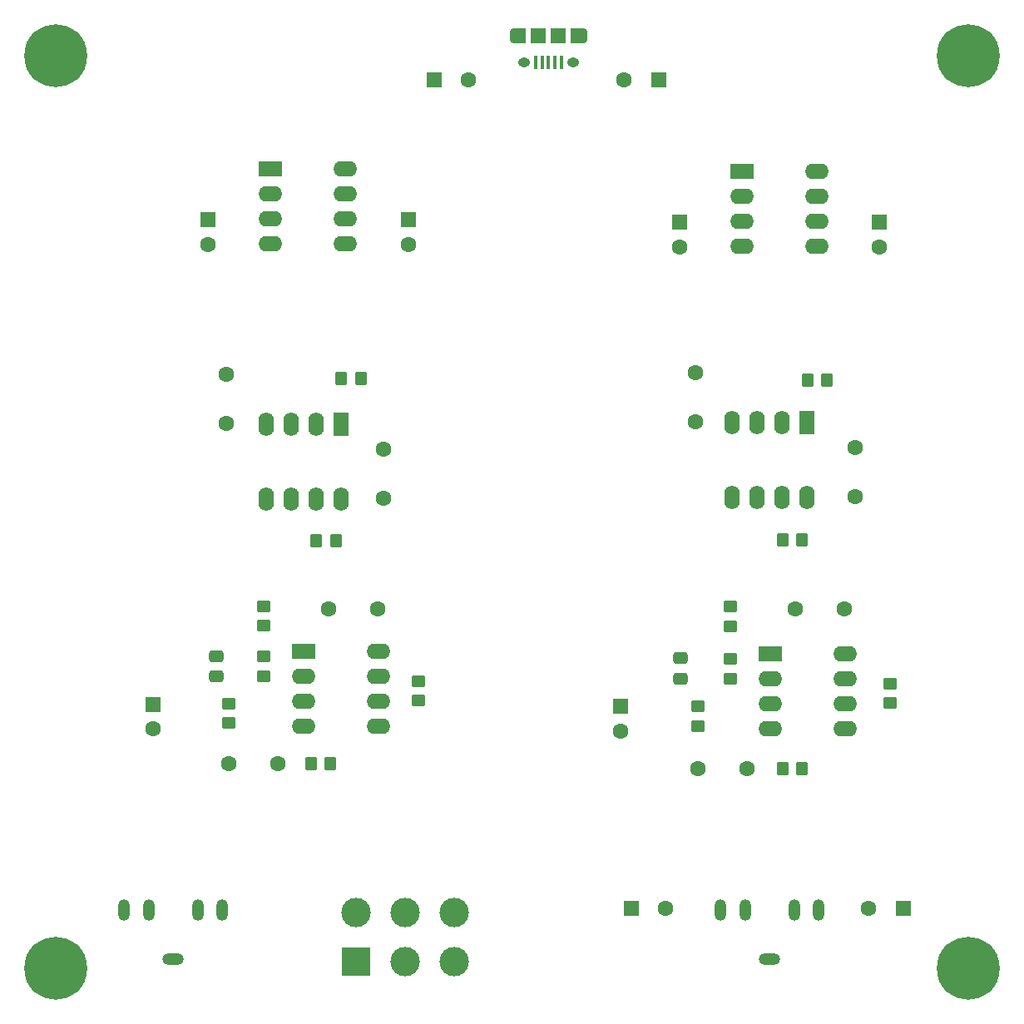
<source format=gbr>
%TF.GenerationSoftware,KiCad,Pcbnew,(6.0.7)*%
%TF.CreationDate,2022-11-03T19:49:37+01:00*%
%TF.ProjectId,headphone amp,68656164-7068-46f6-9e65-20616d702e6b,rev?*%
%TF.SameCoordinates,Original*%
%TF.FileFunction,Soldermask,Top*%
%TF.FilePolarity,Negative*%
%FSLAX46Y46*%
G04 Gerber Fmt 4.6, Leading zero omitted, Abs format (unit mm)*
G04 Created by KiCad (PCBNEW (6.0.7)) date 2022-11-03 19:49:37*
%MOMM*%
%LPD*%
G01*
G04 APERTURE LIST*
G04 Aperture macros list*
%AMRoundRect*
0 Rectangle with rounded corners*
0 $1 Rounding radius*
0 $2 $3 $4 $5 $6 $7 $8 $9 X,Y pos of 4 corners*
0 Add a 4 corners polygon primitive as box body*
4,1,4,$2,$3,$4,$5,$6,$7,$8,$9,$2,$3,0*
0 Add four circle primitives for the rounded corners*
1,1,$1+$1,$2,$3*
1,1,$1+$1,$4,$5*
1,1,$1+$1,$6,$7*
1,1,$1+$1,$8,$9*
0 Add four rect primitives between the rounded corners*
20,1,$1+$1,$2,$3,$4,$5,0*
20,1,$1+$1,$4,$5,$6,$7,0*
20,1,$1+$1,$6,$7,$8,$9,0*
20,1,$1+$1,$8,$9,$2,$3,0*%
G04 Aperture macros list end*
%ADD10R,1.600000X1.600000*%
%ADD11C,1.600000*%
%ADD12C,6.400000*%
%ADD13R,2.400000X1.600000*%
%ADD14O,2.400000X1.600000*%
%ADD15RoundRect,0.250000X-0.350000X-0.450000X0.350000X-0.450000X0.350000X0.450000X-0.350000X0.450000X0*%
%ADD16RoundRect,0.250000X0.350000X0.450000X-0.350000X0.450000X-0.350000X-0.450000X0.350000X-0.450000X0*%
%ADD17RoundRect,0.250000X0.450000X-0.350000X0.450000X0.350000X-0.450000X0.350000X-0.450000X-0.350000X0*%
%ADD18R,1.600000X2.400000*%
%ADD19O,1.600000X2.400000*%
%ADD20RoundRect,0.250000X-0.450000X0.350000X-0.450000X-0.350000X0.450000X-0.350000X0.450000X0.350000X0*%
%ADD21R,0.400000X1.350000*%
%ADD22R,1.200000X1.550000*%
%ADD23O,0.890000X1.550000*%
%ADD24O,1.250000X0.950000*%
%ADD25R,1.500000X1.550000*%
%ADD26O,2.200000X1.200000*%
%ADD27O,1.200000X2.200000*%
%ADD28RoundRect,0.250000X-0.475000X0.337500X-0.475000X-0.337500X0.475000X-0.337500X0.475000X0.337500X0*%
%ADD29R,3.000000X3.000000*%
%ADD30C,3.000000*%
G04 APERTURE END LIST*
D10*
%TO.C,C19*%
X162101349Y-140348000D03*
D11*
X165601349Y-140348000D03*
%TD*%
%TO.C,C9*%
X136324000Y-109858000D03*
X131324000Y-109858000D03*
%TD*%
D12*
%TO.C,H4*%
X103556000Y-53607000D03*
%TD*%
D13*
%TO.C,U2*%
X173416000Y-65380379D03*
D14*
X173416000Y-67920379D03*
X173416000Y-70460379D03*
X173416000Y-73000379D03*
X181036000Y-73000379D03*
X181036000Y-70460379D03*
X181036000Y-67920379D03*
X181036000Y-65380379D03*
%TD*%
D12*
%TO.C,H3*%
X196393000Y-53607000D03*
%TD*%
%TO.C,H2*%
X196393000Y-146444000D03*
%TD*%
D15*
%TO.C,R4*%
X177528000Y-126114000D03*
X179528000Y-126114000D03*
%TD*%
D13*
%TO.C,U1*%
X125410000Y-65126379D03*
D14*
X125410000Y-67666379D03*
X125410000Y-70206379D03*
X125410000Y-72746379D03*
X133030000Y-72746379D03*
X133030000Y-70206379D03*
X133030000Y-67666379D03*
X133030000Y-65126379D03*
%TD*%
D11*
%TO.C,C10*%
X121164000Y-125590000D03*
X126164000Y-125590000D03*
%TD*%
D16*
%TO.C,R13*%
X132072000Y-102974000D03*
X130072000Y-102974000D03*
%TD*%
D11*
%TO.C,C11*%
X183822000Y-109858000D03*
X178822000Y-109858000D03*
%TD*%
%TO.C,C15*%
X136946000Y-98616000D03*
X136946000Y-93616000D03*
%TD*%
D15*
%TO.C,R3*%
X129522000Y-125590000D03*
X131522000Y-125590000D03*
%TD*%
D17*
%TO.C,R9*%
X140428000Y-119224000D03*
X140428000Y-117224000D03*
%TD*%
D18*
%TO.C,U6*%
X180042000Y-90898000D03*
D19*
X177502000Y-90898000D03*
X174962000Y-90898000D03*
X172422000Y-90898000D03*
X172422000Y-98518000D03*
X174962000Y-98518000D03*
X177502000Y-98518000D03*
X180042000Y-98518000D03*
%TD*%
D20*
%TO.C,R7*%
X124680000Y-109604000D03*
X124680000Y-111604000D03*
%TD*%
D21*
%TO.C,J1*%
X154990000Y-54246000D03*
X154340000Y-54246000D03*
X153690000Y-54246000D03*
X153040000Y-54246000D03*
X152390000Y-54246000D03*
D22*
X156590000Y-51546000D03*
D23*
X150190000Y-51546000D03*
D24*
X156190000Y-54246000D03*
D25*
X154690000Y-51546000D03*
D22*
X150790000Y-51546000D03*
D23*
X157190000Y-51546000D03*
D25*
X152690000Y-51546000D03*
D24*
X151190000Y-54246000D03*
%TD*%
D26*
%TO.C,J2*%
X115500000Y-145500000D03*
D27*
X110500000Y-140500000D03*
X113000000Y-140500000D03*
X120500000Y-140500000D03*
X118000000Y-140500000D03*
%TD*%
D20*
%TO.C,R2*%
X168876000Y-119780000D03*
X168876000Y-121780000D03*
%TD*%
%TO.C,R1*%
X121124000Y-119510000D03*
X121124000Y-121510000D03*
%TD*%
D11*
%TO.C,C12*%
X168916000Y-126114000D03*
X173916000Y-126114000D03*
%TD*%
D13*
%TO.C,U4*%
X176252000Y-114440000D03*
D14*
X176252000Y-116980000D03*
X176252000Y-119520000D03*
X176252000Y-122060000D03*
X183872000Y-122060000D03*
X183872000Y-119520000D03*
X183872000Y-116980000D03*
X183872000Y-114440000D03*
%TD*%
D17*
%TO.C,R5*%
X124680000Y-116700000D03*
X124680000Y-114700000D03*
%TD*%
D26*
%TO.C,J3*%
X176200000Y-145500000D03*
D27*
X171200000Y-140500000D03*
X173700000Y-140500000D03*
X181200000Y-140500000D03*
X178700000Y-140500000D03*
%TD*%
D10*
%TO.C,C4*%
X161002000Y-119804000D03*
D11*
X161002000Y-122304000D03*
%TD*%
D16*
%TO.C,R12*%
X182052000Y-86570000D03*
X180052000Y-86570000D03*
%TD*%
D28*
%TO.C,C13*%
X119854000Y-114662500D03*
X119854000Y-116737500D03*
%TD*%
D13*
%TO.C,U3*%
X128754000Y-114186000D03*
D14*
X128754000Y-116726000D03*
X128754000Y-119266000D03*
X128754000Y-121806000D03*
X136374000Y-121806000D03*
X136374000Y-119266000D03*
X136374000Y-116726000D03*
X136374000Y-114186000D03*
%TD*%
D10*
%TO.C,C3*%
X113462000Y-119581621D03*
D11*
X113462000Y-122081621D03*
%TD*%
D10*
%TO.C,C8*%
X187376000Y-70538000D03*
D11*
X187376000Y-73038000D03*
%TD*%
%TO.C,C17*%
X184878000Y-98428000D03*
X184878000Y-93428000D03*
%TD*%
D10*
%TO.C,C2*%
X142035349Y-56020000D03*
D11*
X145535349Y-56020000D03*
%TD*%
D10*
%TO.C,C1*%
X164898651Y-56020000D03*
D11*
X161398651Y-56020000D03*
%TD*%
D17*
%TO.C,R6*%
X172178000Y-116954000D03*
X172178000Y-114954000D03*
%TD*%
D20*
%TO.C,R8*%
X172178000Y-109636000D03*
X172178000Y-111636000D03*
%TD*%
D10*
%TO.C,C6*%
X119050000Y-70284000D03*
D11*
X119050000Y-72784000D03*
%TD*%
D10*
%TO.C,C5*%
X167056000Y-70538000D03*
D11*
X167056000Y-73038000D03*
%TD*%
D16*
%TO.C,R14*%
X179512000Y-102826000D03*
X177512000Y-102826000D03*
%TD*%
%TO.C,R11*%
X134612000Y-86464000D03*
X132612000Y-86464000D03*
%TD*%
D18*
%TO.C,U5*%
X132554000Y-91046000D03*
D19*
X130014000Y-91046000D03*
X127474000Y-91046000D03*
X124934000Y-91046000D03*
X124934000Y-98666000D03*
X127474000Y-98666000D03*
X130014000Y-98666000D03*
X132554000Y-98666000D03*
%TD*%
D28*
%TO.C,C14*%
X167098000Y-114895000D03*
X167098000Y-116970000D03*
%TD*%
D11*
%TO.C,C18*%
X168622000Y-85848000D03*
X168622000Y-90848000D03*
%TD*%
D17*
%TO.C,R10*%
X188434000Y-119478000D03*
X188434000Y-117478000D03*
%TD*%
D11*
%TO.C,C16*%
X120944000Y-85996000D03*
X120944000Y-90996000D03*
%TD*%
D10*
%TO.C,C20*%
X189790651Y-140348000D03*
D11*
X186290651Y-140348000D03*
%TD*%
D29*
%TO.C,RV1*%
X134116000Y-145750000D03*
D30*
X139116000Y-145750000D03*
X144116000Y-145750000D03*
X134116000Y-140750000D03*
X139116000Y-140750000D03*
X144116000Y-140750000D03*
%TD*%
D12*
%TO.C,H1*%
X103556000Y-146444000D03*
%TD*%
D10*
%TO.C,C7*%
X139454000Y-70284000D03*
D11*
X139454000Y-72784000D03*
%TD*%
M02*

</source>
